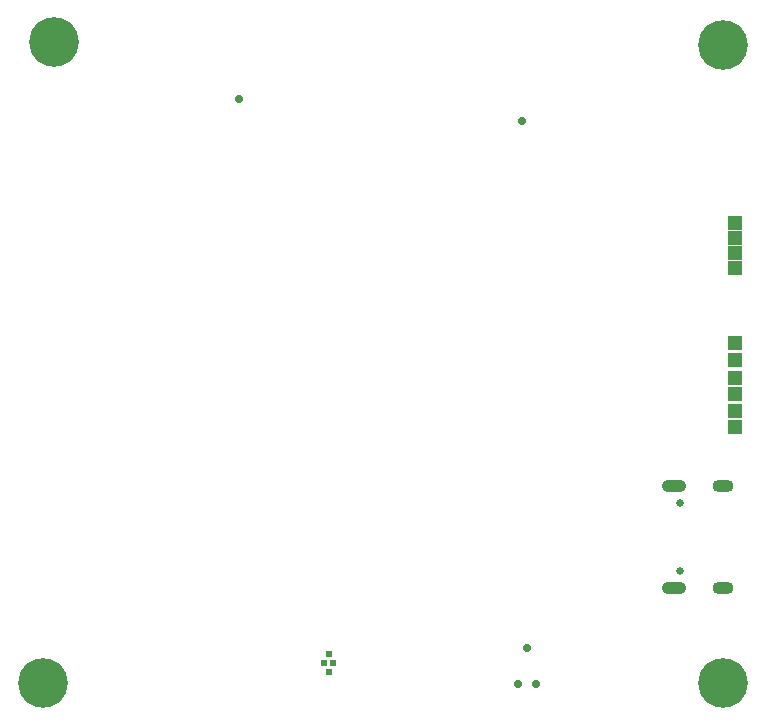
<source format=gbs>
%FSTAX23Y23*%
%MOIN*%
%SFA1B1*%

%IPPOS*%
%AMD104*
4,1,8,-0.035400,0.000000,-0.035400,0.000000,-0.015700,-0.019700,0.015700,-0.019700,0.035400,0.000000,0.035400,0.000000,0.015700,0.019700,-0.015700,0.019700,-0.035400,0.000000,0.0*
1,1,0.039370,-0.015700,0.000000*
1,1,0.039370,-0.015700,0.000000*
1,1,0.039370,0.015700,0.000000*
1,1,0.039370,0.015700,0.000000*
%
%AMD105*
4,1,8,-0.041300,0.000000,-0.041300,0.000000,-0.021700,-0.019700,0.021700,-0.019700,0.041300,0.000000,0.041300,0.000000,0.021700,0.019700,-0.021700,0.019700,-0.041300,0.000000,0.0*
1,1,0.039370,-0.021700,0.000000*
1,1,0.039370,-0.021700,0.000000*
1,1,0.039370,0.021700,0.000000*
1,1,0.039370,0.021700,0.000000*
%
G04~CAMADD=104~8~0.0~0.0~393.7~708.7~196.9~0.0~15~0.0~0.0~0.0~0.0~0~0.0~0.0~0.0~0.0~0~0.0~0.0~0.0~90.0~708.0~394.0*
%ADD104D104*%
G04~CAMADD=105~8~0.0~0.0~393.7~826.8~196.9~0.0~15~0.0~0.0~0.0~0.0~0~0.0~0.0~0.0~0.0~0~0.0~0.0~0.0~90.0~827.0~393.0*
%ADD105D105*%
%ADD108C,0.025591*%
%ADD144R,0.047370X0.047370*%
%ADD169C,0.165480*%
%ADD170C,0.023685*%
%ADD171C,0.027685*%
%LNrelia-1*%
%LPD*%
G54D104*
X02385Y00775D03*
Y00435D03*
G54D105*
X0222Y00775D03*
Y00435D03*
G54D108*
X0224Y00718D03*
Y00491D03*
G54D144*
X02425Y015D03*
Y01135D03*
Y0165D03*
Y0155D03*
Y016D03*
Y01195D03*
Y0108D03*
Y01025D03*
Y0097D03*
Y0125D03*
G54D169*
X00155Y02255D03*
X00118Y00118D03*
X02384D03*
Y02244D03*
G54D170*
X01085Y00185D03*
X0107Y00215D03*
X01055Y00185D03*
X0107Y00155D03*
G54D171*
X0077Y02065D03*
X01715Y0199D03*
X017Y00115D03*
X0173Y00233D03*
X0176Y00115D03*
M02*
</source>
